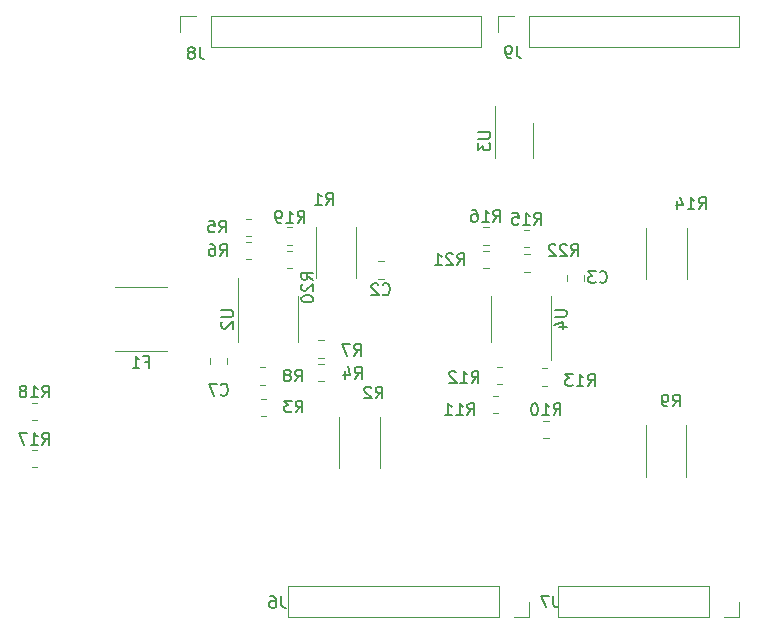
<source format=gbr>
%TF.GenerationSoftware,KiCad,Pcbnew,7.0.7*%
%TF.CreationDate,2024-11-11T15:48:16-05:00*%
%TF.ProjectId,control-board_v2,636f6e74-726f-46c2-9d62-6f6172645f76,rev?*%
%TF.SameCoordinates,Original*%
%TF.FileFunction,Legend,Bot*%
%TF.FilePolarity,Positive*%
%FSLAX46Y46*%
G04 Gerber Fmt 4.6, Leading zero omitted, Abs format (unit mm)*
G04 Created by KiCad (PCBNEW 7.0.7) date 2024-11-11 15:48:16*
%MOMM*%
%LPD*%
G01*
G04 APERTURE LIST*
%ADD10C,0.150000*%
%ADD11C,0.120000*%
G04 APERTURE END LIST*
D10*
X78252857Y-32854819D02*
X78586190Y-32378628D01*
X78824285Y-32854819D02*
X78824285Y-31854819D01*
X78824285Y-31854819D02*
X78443333Y-31854819D01*
X78443333Y-31854819D02*
X78348095Y-31902438D01*
X78348095Y-31902438D02*
X78300476Y-31950057D01*
X78300476Y-31950057D02*
X78252857Y-32045295D01*
X78252857Y-32045295D02*
X78252857Y-32188152D01*
X78252857Y-32188152D02*
X78300476Y-32283390D01*
X78300476Y-32283390D02*
X78348095Y-32331009D01*
X78348095Y-32331009D02*
X78443333Y-32378628D01*
X78443333Y-32378628D02*
X78824285Y-32378628D01*
X77300476Y-32854819D02*
X77871904Y-32854819D01*
X77586190Y-32854819D02*
X77586190Y-31854819D01*
X77586190Y-31854819D02*
X77681428Y-31997676D01*
X77681428Y-31997676D02*
X77776666Y-32092914D01*
X77776666Y-32092914D02*
X77871904Y-32140533D01*
X76443333Y-32188152D02*
X76443333Y-32854819D01*
X76681428Y-31807200D02*
X76919523Y-32521485D01*
X76919523Y-32521485D02*
X76300476Y-32521485D01*
X37706666Y-36824819D02*
X38039999Y-36348628D01*
X38278094Y-36824819D02*
X38278094Y-35824819D01*
X38278094Y-35824819D02*
X37897142Y-35824819D01*
X37897142Y-35824819D02*
X37801904Y-35872438D01*
X37801904Y-35872438D02*
X37754285Y-35920057D01*
X37754285Y-35920057D02*
X37706666Y-36015295D01*
X37706666Y-36015295D02*
X37706666Y-36158152D01*
X37706666Y-36158152D02*
X37754285Y-36253390D01*
X37754285Y-36253390D02*
X37801904Y-36301009D01*
X37801904Y-36301009D02*
X37897142Y-36348628D01*
X37897142Y-36348628D02*
X38278094Y-36348628D01*
X36849523Y-35824819D02*
X37039999Y-35824819D01*
X37039999Y-35824819D02*
X37135237Y-35872438D01*
X37135237Y-35872438D02*
X37182856Y-35920057D01*
X37182856Y-35920057D02*
X37278094Y-36062914D01*
X37278094Y-36062914D02*
X37325713Y-36253390D01*
X37325713Y-36253390D02*
X37325713Y-36634342D01*
X37325713Y-36634342D02*
X37278094Y-36729580D01*
X37278094Y-36729580D02*
X37230475Y-36777200D01*
X37230475Y-36777200D02*
X37135237Y-36824819D01*
X37135237Y-36824819D02*
X36944761Y-36824819D01*
X36944761Y-36824819D02*
X36849523Y-36777200D01*
X36849523Y-36777200D02*
X36801904Y-36729580D01*
X36801904Y-36729580D02*
X36754285Y-36634342D01*
X36754285Y-36634342D02*
X36754285Y-36396247D01*
X36754285Y-36396247D02*
X36801904Y-36301009D01*
X36801904Y-36301009D02*
X36849523Y-36253390D01*
X36849523Y-36253390D02*
X36944761Y-36205771D01*
X36944761Y-36205771D02*
X37135237Y-36205771D01*
X37135237Y-36205771D02*
X37230475Y-36253390D01*
X37230475Y-36253390D02*
X37278094Y-36301009D01*
X37278094Y-36301009D02*
X37325713Y-36396247D01*
X22642857Y-48804819D02*
X22976190Y-48328628D01*
X23214285Y-48804819D02*
X23214285Y-47804819D01*
X23214285Y-47804819D02*
X22833333Y-47804819D01*
X22833333Y-47804819D02*
X22738095Y-47852438D01*
X22738095Y-47852438D02*
X22690476Y-47900057D01*
X22690476Y-47900057D02*
X22642857Y-47995295D01*
X22642857Y-47995295D02*
X22642857Y-48138152D01*
X22642857Y-48138152D02*
X22690476Y-48233390D01*
X22690476Y-48233390D02*
X22738095Y-48281009D01*
X22738095Y-48281009D02*
X22833333Y-48328628D01*
X22833333Y-48328628D02*
X23214285Y-48328628D01*
X21690476Y-48804819D02*
X22261904Y-48804819D01*
X21976190Y-48804819D02*
X21976190Y-47804819D01*
X21976190Y-47804819D02*
X22071428Y-47947676D01*
X22071428Y-47947676D02*
X22166666Y-48042914D01*
X22166666Y-48042914D02*
X22261904Y-48090533D01*
X21119047Y-48233390D02*
X21214285Y-48185771D01*
X21214285Y-48185771D02*
X21261904Y-48138152D01*
X21261904Y-48138152D02*
X21309523Y-48042914D01*
X21309523Y-48042914D02*
X21309523Y-47995295D01*
X21309523Y-47995295D02*
X21261904Y-47900057D01*
X21261904Y-47900057D02*
X21214285Y-47852438D01*
X21214285Y-47852438D02*
X21119047Y-47804819D01*
X21119047Y-47804819D02*
X20928571Y-47804819D01*
X20928571Y-47804819D02*
X20833333Y-47852438D01*
X20833333Y-47852438D02*
X20785714Y-47900057D01*
X20785714Y-47900057D02*
X20738095Y-47995295D01*
X20738095Y-47995295D02*
X20738095Y-48042914D01*
X20738095Y-48042914D02*
X20785714Y-48138152D01*
X20785714Y-48138152D02*
X20833333Y-48185771D01*
X20833333Y-48185771D02*
X20928571Y-48233390D01*
X20928571Y-48233390D02*
X21119047Y-48233390D01*
X21119047Y-48233390D02*
X21214285Y-48281009D01*
X21214285Y-48281009D02*
X21261904Y-48328628D01*
X21261904Y-48328628D02*
X21309523Y-48423866D01*
X21309523Y-48423866D02*
X21309523Y-48614342D01*
X21309523Y-48614342D02*
X21261904Y-48709580D01*
X21261904Y-48709580D02*
X21214285Y-48757200D01*
X21214285Y-48757200D02*
X21119047Y-48804819D01*
X21119047Y-48804819D02*
X20928571Y-48804819D01*
X20928571Y-48804819D02*
X20833333Y-48757200D01*
X20833333Y-48757200D02*
X20785714Y-48709580D01*
X20785714Y-48709580D02*
X20738095Y-48614342D01*
X20738095Y-48614342D02*
X20738095Y-48423866D01*
X20738095Y-48423866D02*
X20785714Y-48328628D01*
X20785714Y-48328628D02*
X20833333Y-48281009D01*
X20833333Y-48281009D02*
X20928571Y-48233390D01*
X67432857Y-36824819D02*
X67766190Y-36348628D01*
X68004285Y-36824819D02*
X68004285Y-35824819D01*
X68004285Y-35824819D02*
X67623333Y-35824819D01*
X67623333Y-35824819D02*
X67528095Y-35872438D01*
X67528095Y-35872438D02*
X67480476Y-35920057D01*
X67480476Y-35920057D02*
X67432857Y-36015295D01*
X67432857Y-36015295D02*
X67432857Y-36158152D01*
X67432857Y-36158152D02*
X67480476Y-36253390D01*
X67480476Y-36253390D02*
X67528095Y-36301009D01*
X67528095Y-36301009D02*
X67623333Y-36348628D01*
X67623333Y-36348628D02*
X68004285Y-36348628D01*
X67051904Y-35920057D02*
X67004285Y-35872438D01*
X67004285Y-35872438D02*
X66909047Y-35824819D01*
X66909047Y-35824819D02*
X66670952Y-35824819D01*
X66670952Y-35824819D02*
X66575714Y-35872438D01*
X66575714Y-35872438D02*
X66528095Y-35920057D01*
X66528095Y-35920057D02*
X66480476Y-36015295D01*
X66480476Y-36015295D02*
X66480476Y-36110533D01*
X66480476Y-36110533D02*
X66528095Y-36253390D01*
X66528095Y-36253390D02*
X67099523Y-36824819D01*
X67099523Y-36824819D02*
X66480476Y-36824819D01*
X66099523Y-35920057D02*
X66051904Y-35872438D01*
X66051904Y-35872438D02*
X65956666Y-35824819D01*
X65956666Y-35824819D02*
X65718571Y-35824819D01*
X65718571Y-35824819D02*
X65623333Y-35872438D01*
X65623333Y-35872438D02*
X65575714Y-35920057D01*
X65575714Y-35920057D02*
X65528095Y-36015295D01*
X65528095Y-36015295D02*
X65528095Y-36110533D01*
X65528095Y-36110533D02*
X65575714Y-36253390D01*
X65575714Y-36253390D02*
X66147142Y-36824819D01*
X66147142Y-36824819D02*
X65528095Y-36824819D01*
X46706666Y-32494819D02*
X47039999Y-32018628D01*
X47278094Y-32494819D02*
X47278094Y-31494819D01*
X47278094Y-31494819D02*
X46897142Y-31494819D01*
X46897142Y-31494819D02*
X46801904Y-31542438D01*
X46801904Y-31542438D02*
X46754285Y-31590057D01*
X46754285Y-31590057D02*
X46706666Y-31685295D01*
X46706666Y-31685295D02*
X46706666Y-31828152D01*
X46706666Y-31828152D02*
X46754285Y-31923390D01*
X46754285Y-31923390D02*
X46801904Y-31971009D01*
X46801904Y-31971009D02*
X46897142Y-32018628D01*
X46897142Y-32018628D02*
X47278094Y-32018628D01*
X45754285Y-32494819D02*
X46325713Y-32494819D01*
X46039999Y-32494819D02*
X46039999Y-31494819D01*
X46039999Y-31494819D02*
X46135237Y-31637676D01*
X46135237Y-31637676D02*
X46230475Y-31732914D01*
X46230475Y-31732914D02*
X46325713Y-31780533D01*
X58662857Y-50294819D02*
X58996190Y-49818628D01*
X59234285Y-50294819D02*
X59234285Y-49294819D01*
X59234285Y-49294819D02*
X58853333Y-49294819D01*
X58853333Y-49294819D02*
X58758095Y-49342438D01*
X58758095Y-49342438D02*
X58710476Y-49390057D01*
X58710476Y-49390057D02*
X58662857Y-49485295D01*
X58662857Y-49485295D02*
X58662857Y-49628152D01*
X58662857Y-49628152D02*
X58710476Y-49723390D01*
X58710476Y-49723390D02*
X58758095Y-49771009D01*
X58758095Y-49771009D02*
X58853333Y-49818628D01*
X58853333Y-49818628D02*
X59234285Y-49818628D01*
X57710476Y-50294819D02*
X58281904Y-50294819D01*
X57996190Y-50294819D02*
X57996190Y-49294819D01*
X57996190Y-49294819D02*
X58091428Y-49437676D01*
X58091428Y-49437676D02*
X58186666Y-49532914D01*
X58186666Y-49532914D02*
X58281904Y-49580533D01*
X56758095Y-50294819D02*
X57329523Y-50294819D01*
X57043809Y-50294819D02*
X57043809Y-49294819D01*
X57043809Y-49294819D02*
X57139047Y-49437676D01*
X57139047Y-49437676D02*
X57234285Y-49532914D01*
X57234285Y-49532914D02*
X57329523Y-49580533D01*
X35983333Y-19144819D02*
X35983333Y-19859104D01*
X35983333Y-19859104D02*
X36030952Y-20001961D01*
X36030952Y-20001961D02*
X36126190Y-20097200D01*
X36126190Y-20097200D02*
X36269047Y-20144819D01*
X36269047Y-20144819D02*
X36364285Y-20144819D01*
X35364285Y-19573390D02*
X35459523Y-19525771D01*
X35459523Y-19525771D02*
X35507142Y-19478152D01*
X35507142Y-19478152D02*
X35554761Y-19382914D01*
X35554761Y-19382914D02*
X35554761Y-19335295D01*
X35554761Y-19335295D02*
X35507142Y-19240057D01*
X35507142Y-19240057D02*
X35459523Y-19192438D01*
X35459523Y-19192438D02*
X35364285Y-19144819D01*
X35364285Y-19144819D02*
X35173809Y-19144819D01*
X35173809Y-19144819D02*
X35078571Y-19192438D01*
X35078571Y-19192438D02*
X35030952Y-19240057D01*
X35030952Y-19240057D02*
X34983333Y-19335295D01*
X34983333Y-19335295D02*
X34983333Y-19382914D01*
X34983333Y-19382914D02*
X35030952Y-19478152D01*
X35030952Y-19478152D02*
X35078571Y-19525771D01*
X35078571Y-19525771D02*
X35173809Y-19573390D01*
X35173809Y-19573390D02*
X35364285Y-19573390D01*
X35364285Y-19573390D02*
X35459523Y-19621009D01*
X35459523Y-19621009D02*
X35507142Y-19668628D01*
X35507142Y-19668628D02*
X35554761Y-19763866D01*
X35554761Y-19763866D02*
X35554761Y-19954342D01*
X35554761Y-19954342D02*
X35507142Y-20049580D01*
X35507142Y-20049580D02*
X35459523Y-20097200D01*
X35459523Y-20097200D02*
X35364285Y-20144819D01*
X35364285Y-20144819D02*
X35173809Y-20144819D01*
X35173809Y-20144819D02*
X35078571Y-20097200D01*
X35078571Y-20097200D02*
X35030952Y-20049580D01*
X35030952Y-20049580D02*
X34983333Y-19954342D01*
X34983333Y-19954342D02*
X34983333Y-19763866D01*
X34983333Y-19763866D02*
X35030952Y-19668628D01*
X35030952Y-19668628D02*
X35078571Y-19621009D01*
X35078571Y-19621009D02*
X35173809Y-19573390D01*
X65952857Y-50304819D02*
X66286190Y-49828628D01*
X66524285Y-50304819D02*
X66524285Y-49304819D01*
X66524285Y-49304819D02*
X66143333Y-49304819D01*
X66143333Y-49304819D02*
X66048095Y-49352438D01*
X66048095Y-49352438D02*
X66000476Y-49400057D01*
X66000476Y-49400057D02*
X65952857Y-49495295D01*
X65952857Y-49495295D02*
X65952857Y-49638152D01*
X65952857Y-49638152D02*
X66000476Y-49733390D01*
X66000476Y-49733390D02*
X66048095Y-49781009D01*
X66048095Y-49781009D02*
X66143333Y-49828628D01*
X66143333Y-49828628D02*
X66524285Y-49828628D01*
X65000476Y-50304819D02*
X65571904Y-50304819D01*
X65286190Y-50304819D02*
X65286190Y-49304819D01*
X65286190Y-49304819D02*
X65381428Y-49447676D01*
X65381428Y-49447676D02*
X65476666Y-49542914D01*
X65476666Y-49542914D02*
X65571904Y-49590533D01*
X64381428Y-49304819D02*
X64286190Y-49304819D01*
X64286190Y-49304819D02*
X64190952Y-49352438D01*
X64190952Y-49352438D02*
X64143333Y-49400057D01*
X64143333Y-49400057D02*
X64095714Y-49495295D01*
X64095714Y-49495295D02*
X64048095Y-49685771D01*
X64048095Y-49685771D02*
X64048095Y-49923866D01*
X64048095Y-49923866D02*
X64095714Y-50114342D01*
X64095714Y-50114342D02*
X64143333Y-50209580D01*
X64143333Y-50209580D02*
X64190952Y-50257200D01*
X64190952Y-50257200D02*
X64286190Y-50304819D01*
X64286190Y-50304819D02*
X64381428Y-50304819D01*
X64381428Y-50304819D02*
X64476666Y-50257200D01*
X64476666Y-50257200D02*
X64524285Y-50209580D01*
X64524285Y-50209580D02*
X64571904Y-50114342D01*
X64571904Y-50114342D02*
X64619523Y-49923866D01*
X64619523Y-49923866D02*
X64619523Y-49685771D01*
X64619523Y-49685771D02*
X64571904Y-49495295D01*
X64571904Y-49495295D02*
X64524285Y-49400057D01*
X64524285Y-49400057D02*
X64476666Y-49352438D01*
X64476666Y-49352438D02*
X64381428Y-49304819D01*
X66069819Y-41408095D02*
X66879342Y-41408095D01*
X66879342Y-41408095D02*
X66974580Y-41455714D01*
X66974580Y-41455714D02*
X67022200Y-41503333D01*
X67022200Y-41503333D02*
X67069819Y-41598571D01*
X67069819Y-41598571D02*
X67069819Y-41789047D01*
X67069819Y-41789047D02*
X67022200Y-41884285D01*
X67022200Y-41884285D02*
X66974580Y-41931904D01*
X66974580Y-41931904D02*
X66879342Y-41979523D01*
X66879342Y-41979523D02*
X66069819Y-41979523D01*
X66403152Y-42884285D02*
X67069819Y-42884285D01*
X66022200Y-42646190D02*
X66736485Y-42408095D01*
X66736485Y-42408095D02*
X66736485Y-43027142D01*
X69856666Y-39029580D02*
X69904285Y-39077200D01*
X69904285Y-39077200D02*
X70047142Y-39124819D01*
X70047142Y-39124819D02*
X70142380Y-39124819D01*
X70142380Y-39124819D02*
X70285237Y-39077200D01*
X70285237Y-39077200D02*
X70380475Y-38981961D01*
X70380475Y-38981961D02*
X70428094Y-38886723D01*
X70428094Y-38886723D02*
X70475713Y-38696247D01*
X70475713Y-38696247D02*
X70475713Y-38553390D01*
X70475713Y-38553390D02*
X70428094Y-38362914D01*
X70428094Y-38362914D02*
X70380475Y-38267676D01*
X70380475Y-38267676D02*
X70285237Y-38172438D01*
X70285237Y-38172438D02*
X70142380Y-38124819D01*
X70142380Y-38124819D02*
X70047142Y-38124819D01*
X70047142Y-38124819D02*
X69904285Y-38172438D01*
X69904285Y-38172438D02*
X69856666Y-38220057D01*
X69523332Y-38124819D02*
X68904285Y-38124819D01*
X68904285Y-38124819D02*
X69237618Y-38505771D01*
X69237618Y-38505771D02*
X69094761Y-38505771D01*
X69094761Y-38505771D02*
X68999523Y-38553390D01*
X68999523Y-38553390D02*
X68951904Y-38601009D01*
X68951904Y-38601009D02*
X68904285Y-38696247D01*
X68904285Y-38696247D02*
X68904285Y-38934342D01*
X68904285Y-38934342D02*
X68951904Y-39029580D01*
X68951904Y-39029580D02*
X68999523Y-39077200D01*
X68999523Y-39077200D02*
X69094761Y-39124819D01*
X69094761Y-39124819D02*
X69380475Y-39124819D01*
X69380475Y-39124819D02*
X69475713Y-39077200D01*
X69475713Y-39077200D02*
X69523332Y-39029580D01*
X49136666Y-47224819D02*
X49469999Y-46748628D01*
X49708094Y-47224819D02*
X49708094Y-46224819D01*
X49708094Y-46224819D02*
X49327142Y-46224819D01*
X49327142Y-46224819D02*
X49231904Y-46272438D01*
X49231904Y-46272438D02*
X49184285Y-46320057D01*
X49184285Y-46320057D02*
X49136666Y-46415295D01*
X49136666Y-46415295D02*
X49136666Y-46558152D01*
X49136666Y-46558152D02*
X49184285Y-46653390D01*
X49184285Y-46653390D02*
X49231904Y-46701009D01*
X49231904Y-46701009D02*
X49327142Y-46748628D01*
X49327142Y-46748628D02*
X49708094Y-46748628D01*
X48279523Y-46558152D02*
X48279523Y-47224819D01*
X48517618Y-46177200D02*
X48755713Y-46891485D01*
X48755713Y-46891485D02*
X48136666Y-46891485D01*
X76046666Y-49564819D02*
X76379999Y-49088628D01*
X76618094Y-49564819D02*
X76618094Y-48564819D01*
X76618094Y-48564819D02*
X76237142Y-48564819D01*
X76237142Y-48564819D02*
X76141904Y-48612438D01*
X76141904Y-48612438D02*
X76094285Y-48660057D01*
X76094285Y-48660057D02*
X76046666Y-48755295D01*
X76046666Y-48755295D02*
X76046666Y-48898152D01*
X76046666Y-48898152D02*
X76094285Y-48993390D01*
X76094285Y-48993390D02*
X76141904Y-49041009D01*
X76141904Y-49041009D02*
X76237142Y-49088628D01*
X76237142Y-49088628D02*
X76618094Y-49088628D01*
X75570475Y-49564819D02*
X75379999Y-49564819D01*
X75379999Y-49564819D02*
X75284761Y-49517200D01*
X75284761Y-49517200D02*
X75237142Y-49469580D01*
X75237142Y-49469580D02*
X75141904Y-49326723D01*
X75141904Y-49326723D02*
X75094285Y-49136247D01*
X75094285Y-49136247D02*
X75094285Y-48755295D01*
X75094285Y-48755295D02*
X75141904Y-48660057D01*
X75141904Y-48660057D02*
X75189523Y-48612438D01*
X75189523Y-48612438D02*
X75284761Y-48564819D01*
X75284761Y-48564819D02*
X75475237Y-48564819D01*
X75475237Y-48564819D02*
X75570475Y-48612438D01*
X75570475Y-48612438D02*
X75618094Y-48660057D01*
X75618094Y-48660057D02*
X75665713Y-48755295D01*
X75665713Y-48755295D02*
X75665713Y-48993390D01*
X75665713Y-48993390D02*
X75618094Y-49088628D01*
X75618094Y-49088628D02*
X75570475Y-49136247D01*
X75570475Y-49136247D02*
X75475237Y-49183866D01*
X75475237Y-49183866D02*
X75284761Y-49183866D01*
X75284761Y-49183866D02*
X75189523Y-49136247D01*
X75189523Y-49136247D02*
X75141904Y-49088628D01*
X75141904Y-49088628D02*
X75094285Y-48993390D01*
X50886666Y-48894819D02*
X51219999Y-48418628D01*
X51458094Y-48894819D02*
X51458094Y-47894819D01*
X51458094Y-47894819D02*
X51077142Y-47894819D01*
X51077142Y-47894819D02*
X50981904Y-47942438D01*
X50981904Y-47942438D02*
X50934285Y-47990057D01*
X50934285Y-47990057D02*
X50886666Y-48085295D01*
X50886666Y-48085295D02*
X50886666Y-48228152D01*
X50886666Y-48228152D02*
X50934285Y-48323390D01*
X50934285Y-48323390D02*
X50981904Y-48371009D01*
X50981904Y-48371009D02*
X51077142Y-48418628D01*
X51077142Y-48418628D02*
X51458094Y-48418628D01*
X50505713Y-47990057D02*
X50458094Y-47942438D01*
X50458094Y-47942438D02*
X50362856Y-47894819D01*
X50362856Y-47894819D02*
X50124761Y-47894819D01*
X50124761Y-47894819D02*
X50029523Y-47942438D01*
X50029523Y-47942438D02*
X49981904Y-47990057D01*
X49981904Y-47990057D02*
X49934285Y-48085295D01*
X49934285Y-48085295D02*
X49934285Y-48180533D01*
X49934285Y-48180533D02*
X49981904Y-48323390D01*
X49981904Y-48323390D02*
X50553332Y-48894819D01*
X50553332Y-48894819D02*
X49934285Y-48894819D01*
X37646666Y-34844819D02*
X37979999Y-34368628D01*
X38218094Y-34844819D02*
X38218094Y-33844819D01*
X38218094Y-33844819D02*
X37837142Y-33844819D01*
X37837142Y-33844819D02*
X37741904Y-33892438D01*
X37741904Y-33892438D02*
X37694285Y-33940057D01*
X37694285Y-33940057D02*
X37646666Y-34035295D01*
X37646666Y-34035295D02*
X37646666Y-34178152D01*
X37646666Y-34178152D02*
X37694285Y-34273390D01*
X37694285Y-34273390D02*
X37741904Y-34321009D01*
X37741904Y-34321009D02*
X37837142Y-34368628D01*
X37837142Y-34368628D02*
X38218094Y-34368628D01*
X36741904Y-33844819D02*
X37218094Y-33844819D01*
X37218094Y-33844819D02*
X37265713Y-34321009D01*
X37265713Y-34321009D02*
X37218094Y-34273390D01*
X37218094Y-34273390D02*
X37122856Y-34225771D01*
X37122856Y-34225771D02*
X36884761Y-34225771D01*
X36884761Y-34225771D02*
X36789523Y-34273390D01*
X36789523Y-34273390D02*
X36741904Y-34321009D01*
X36741904Y-34321009D02*
X36694285Y-34416247D01*
X36694285Y-34416247D02*
X36694285Y-34654342D01*
X36694285Y-34654342D02*
X36741904Y-34749580D01*
X36741904Y-34749580D02*
X36789523Y-34797200D01*
X36789523Y-34797200D02*
X36884761Y-34844819D01*
X36884761Y-34844819D02*
X37122856Y-34844819D01*
X37122856Y-34844819D02*
X37218094Y-34797200D01*
X37218094Y-34797200D02*
X37265713Y-34749580D01*
X65933333Y-65594819D02*
X65933333Y-66309104D01*
X65933333Y-66309104D02*
X65980952Y-66451961D01*
X65980952Y-66451961D02*
X66076190Y-66547200D01*
X66076190Y-66547200D02*
X66219047Y-66594819D01*
X66219047Y-66594819D02*
X66314285Y-66594819D01*
X65552380Y-65594819D02*
X64885714Y-65594819D01*
X64885714Y-65594819D02*
X65314285Y-66594819D01*
X59022857Y-47574819D02*
X59356190Y-47098628D01*
X59594285Y-47574819D02*
X59594285Y-46574819D01*
X59594285Y-46574819D02*
X59213333Y-46574819D01*
X59213333Y-46574819D02*
X59118095Y-46622438D01*
X59118095Y-46622438D02*
X59070476Y-46670057D01*
X59070476Y-46670057D02*
X59022857Y-46765295D01*
X59022857Y-46765295D02*
X59022857Y-46908152D01*
X59022857Y-46908152D02*
X59070476Y-47003390D01*
X59070476Y-47003390D02*
X59118095Y-47051009D01*
X59118095Y-47051009D02*
X59213333Y-47098628D01*
X59213333Y-47098628D02*
X59594285Y-47098628D01*
X58070476Y-47574819D02*
X58641904Y-47574819D01*
X58356190Y-47574819D02*
X58356190Y-46574819D01*
X58356190Y-46574819D02*
X58451428Y-46717676D01*
X58451428Y-46717676D02*
X58546666Y-46812914D01*
X58546666Y-46812914D02*
X58641904Y-46860533D01*
X57689523Y-46670057D02*
X57641904Y-46622438D01*
X57641904Y-46622438D02*
X57546666Y-46574819D01*
X57546666Y-46574819D02*
X57308571Y-46574819D01*
X57308571Y-46574819D02*
X57213333Y-46622438D01*
X57213333Y-46622438D02*
X57165714Y-46670057D01*
X57165714Y-46670057D02*
X57118095Y-46765295D01*
X57118095Y-46765295D02*
X57118095Y-46860533D01*
X57118095Y-46860533D02*
X57165714Y-47003390D01*
X57165714Y-47003390D02*
X57737142Y-47574819D01*
X57737142Y-47574819D02*
X57118095Y-47574819D01*
X31353333Y-45781009D02*
X31686666Y-45781009D01*
X31686666Y-46304819D02*
X31686666Y-45304819D01*
X31686666Y-45304819D02*
X31210476Y-45304819D01*
X30305714Y-46304819D02*
X30877142Y-46304819D01*
X30591428Y-46304819D02*
X30591428Y-45304819D01*
X30591428Y-45304819D02*
X30686666Y-45447676D01*
X30686666Y-45447676D02*
X30781904Y-45542914D01*
X30781904Y-45542914D02*
X30877142Y-45590533D01*
X37819819Y-41408095D02*
X38629342Y-41408095D01*
X38629342Y-41408095D02*
X38724580Y-41455714D01*
X38724580Y-41455714D02*
X38772200Y-41503333D01*
X38772200Y-41503333D02*
X38819819Y-41598571D01*
X38819819Y-41598571D02*
X38819819Y-41789047D01*
X38819819Y-41789047D02*
X38772200Y-41884285D01*
X38772200Y-41884285D02*
X38724580Y-41931904D01*
X38724580Y-41931904D02*
X38629342Y-41979523D01*
X38629342Y-41979523D02*
X37819819Y-41979523D01*
X37915057Y-42408095D02*
X37867438Y-42455714D01*
X37867438Y-42455714D02*
X37819819Y-42550952D01*
X37819819Y-42550952D02*
X37819819Y-42789047D01*
X37819819Y-42789047D02*
X37867438Y-42884285D01*
X37867438Y-42884285D02*
X37915057Y-42931904D01*
X37915057Y-42931904D02*
X38010295Y-42979523D01*
X38010295Y-42979523D02*
X38105533Y-42979523D01*
X38105533Y-42979523D02*
X38248390Y-42931904D01*
X38248390Y-42931904D02*
X38819819Y-42360476D01*
X38819819Y-42360476D02*
X38819819Y-42979523D01*
X44066666Y-47454819D02*
X44399999Y-46978628D01*
X44638094Y-47454819D02*
X44638094Y-46454819D01*
X44638094Y-46454819D02*
X44257142Y-46454819D01*
X44257142Y-46454819D02*
X44161904Y-46502438D01*
X44161904Y-46502438D02*
X44114285Y-46550057D01*
X44114285Y-46550057D02*
X44066666Y-46645295D01*
X44066666Y-46645295D02*
X44066666Y-46788152D01*
X44066666Y-46788152D02*
X44114285Y-46883390D01*
X44114285Y-46883390D02*
X44161904Y-46931009D01*
X44161904Y-46931009D02*
X44257142Y-46978628D01*
X44257142Y-46978628D02*
X44638094Y-46978628D01*
X43495237Y-46883390D02*
X43590475Y-46835771D01*
X43590475Y-46835771D02*
X43638094Y-46788152D01*
X43638094Y-46788152D02*
X43685713Y-46692914D01*
X43685713Y-46692914D02*
X43685713Y-46645295D01*
X43685713Y-46645295D02*
X43638094Y-46550057D01*
X43638094Y-46550057D02*
X43590475Y-46502438D01*
X43590475Y-46502438D02*
X43495237Y-46454819D01*
X43495237Y-46454819D02*
X43304761Y-46454819D01*
X43304761Y-46454819D02*
X43209523Y-46502438D01*
X43209523Y-46502438D02*
X43161904Y-46550057D01*
X43161904Y-46550057D02*
X43114285Y-46645295D01*
X43114285Y-46645295D02*
X43114285Y-46692914D01*
X43114285Y-46692914D02*
X43161904Y-46788152D01*
X43161904Y-46788152D02*
X43209523Y-46835771D01*
X43209523Y-46835771D02*
X43304761Y-46883390D01*
X43304761Y-46883390D02*
X43495237Y-46883390D01*
X43495237Y-46883390D02*
X43590475Y-46931009D01*
X43590475Y-46931009D02*
X43638094Y-46978628D01*
X43638094Y-46978628D02*
X43685713Y-47073866D01*
X43685713Y-47073866D02*
X43685713Y-47264342D01*
X43685713Y-47264342D02*
X43638094Y-47359580D01*
X43638094Y-47359580D02*
X43590475Y-47407200D01*
X43590475Y-47407200D02*
X43495237Y-47454819D01*
X43495237Y-47454819D02*
X43304761Y-47454819D01*
X43304761Y-47454819D02*
X43209523Y-47407200D01*
X43209523Y-47407200D02*
X43161904Y-47359580D01*
X43161904Y-47359580D02*
X43114285Y-47264342D01*
X43114285Y-47264342D02*
X43114285Y-47073866D01*
X43114285Y-47073866D02*
X43161904Y-46978628D01*
X43161904Y-46978628D02*
X43209523Y-46931009D01*
X43209523Y-46931009D02*
X43304761Y-46883390D01*
X68862857Y-47824819D02*
X69196190Y-47348628D01*
X69434285Y-47824819D02*
X69434285Y-46824819D01*
X69434285Y-46824819D02*
X69053333Y-46824819D01*
X69053333Y-46824819D02*
X68958095Y-46872438D01*
X68958095Y-46872438D02*
X68910476Y-46920057D01*
X68910476Y-46920057D02*
X68862857Y-47015295D01*
X68862857Y-47015295D02*
X68862857Y-47158152D01*
X68862857Y-47158152D02*
X68910476Y-47253390D01*
X68910476Y-47253390D02*
X68958095Y-47301009D01*
X68958095Y-47301009D02*
X69053333Y-47348628D01*
X69053333Y-47348628D02*
X69434285Y-47348628D01*
X67910476Y-47824819D02*
X68481904Y-47824819D01*
X68196190Y-47824819D02*
X68196190Y-46824819D01*
X68196190Y-46824819D02*
X68291428Y-46967676D01*
X68291428Y-46967676D02*
X68386666Y-47062914D01*
X68386666Y-47062914D02*
X68481904Y-47110533D01*
X67577142Y-46824819D02*
X66958095Y-46824819D01*
X66958095Y-46824819D02*
X67291428Y-47205771D01*
X67291428Y-47205771D02*
X67148571Y-47205771D01*
X67148571Y-47205771D02*
X67053333Y-47253390D01*
X67053333Y-47253390D02*
X67005714Y-47301009D01*
X67005714Y-47301009D02*
X66958095Y-47396247D01*
X66958095Y-47396247D02*
X66958095Y-47634342D01*
X66958095Y-47634342D02*
X67005714Y-47729580D01*
X67005714Y-47729580D02*
X67053333Y-47777200D01*
X67053333Y-47777200D02*
X67148571Y-47824819D01*
X67148571Y-47824819D02*
X67434285Y-47824819D01*
X67434285Y-47824819D02*
X67529523Y-47777200D01*
X67529523Y-47777200D02*
X67577142Y-47729580D01*
X44116666Y-50084819D02*
X44449999Y-49608628D01*
X44688094Y-50084819D02*
X44688094Y-49084819D01*
X44688094Y-49084819D02*
X44307142Y-49084819D01*
X44307142Y-49084819D02*
X44211904Y-49132438D01*
X44211904Y-49132438D02*
X44164285Y-49180057D01*
X44164285Y-49180057D02*
X44116666Y-49275295D01*
X44116666Y-49275295D02*
X44116666Y-49418152D01*
X44116666Y-49418152D02*
X44164285Y-49513390D01*
X44164285Y-49513390D02*
X44211904Y-49561009D01*
X44211904Y-49561009D02*
X44307142Y-49608628D01*
X44307142Y-49608628D02*
X44688094Y-49608628D01*
X43783332Y-49084819D02*
X43164285Y-49084819D01*
X43164285Y-49084819D02*
X43497618Y-49465771D01*
X43497618Y-49465771D02*
X43354761Y-49465771D01*
X43354761Y-49465771D02*
X43259523Y-49513390D01*
X43259523Y-49513390D02*
X43211904Y-49561009D01*
X43211904Y-49561009D02*
X43164285Y-49656247D01*
X43164285Y-49656247D02*
X43164285Y-49894342D01*
X43164285Y-49894342D02*
X43211904Y-49989580D01*
X43211904Y-49989580D02*
X43259523Y-50037200D01*
X43259523Y-50037200D02*
X43354761Y-50084819D01*
X43354761Y-50084819D02*
X43640475Y-50084819D01*
X43640475Y-50084819D02*
X43735713Y-50037200D01*
X43735713Y-50037200D02*
X43783332Y-49989580D01*
X60862857Y-33934819D02*
X61196190Y-33458628D01*
X61434285Y-33934819D02*
X61434285Y-32934819D01*
X61434285Y-32934819D02*
X61053333Y-32934819D01*
X61053333Y-32934819D02*
X60958095Y-32982438D01*
X60958095Y-32982438D02*
X60910476Y-33030057D01*
X60910476Y-33030057D02*
X60862857Y-33125295D01*
X60862857Y-33125295D02*
X60862857Y-33268152D01*
X60862857Y-33268152D02*
X60910476Y-33363390D01*
X60910476Y-33363390D02*
X60958095Y-33411009D01*
X60958095Y-33411009D02*
X61053333Y-33458628D01*
X61053333Y-33458628D02*
X61434285Y-33458628D01*
X59910476Y-33934819D02*
X60481904Y-33934819D01*
X60196190Y-33934819D02*
X60196190Y-32934819D01*
X60196190Y-32934819D02*
X60291428Y-33077676D01*
X60291428Y-33077676D02*
X60386666Y-33172914D01*
X60386666Y-33172914D02*
X60481904Y-33220533D01*
X59053333Y-32934819D02*
X59243809Y-32934819D01*
X59243809Y-32934819D02*
X59339047Y-32982438D01*
X59339047Y-32982438D02*
X59386666Y-33030057D01*
X59386666Y-33030057D02*
X59481904Y-33172914D01*
X59481904Y-33172914D02*
X59529523Y-33363390D01*
X59529523Y-33363390D02*
X59529523Y-33744342D01*
X59529523Y-33744342D02*
X59481904Y-33839580D01*
X59481904Y-33839580D02*
X59434285Y-33887200D01*
X59434285Y-33887200D02*
X59339047Y-33934819D01*
X59339047Y-33934819D02*
X59148571Y-33934819D01*
X59148571Y-33934819D02*
X59053333Y-33887200D01*
X59053333Y-33887200D02*
X59005714Y-33839580D01*
X59005714Y-33839580D02*
X58958095Y-33744342D01*
X58958095Y-33744342D02*
X58958095Y-33506247D01*
X58958095Y-33506247D02*
X59005714Y-33411009D01*
X59005714Y-33411009D02*
X59053333Y-33363390D01*
X59053333Y-33363390D02*
X59148571Y-33315771D01*
X59148571Y-33315771D02*
X59339047Y-33315771D01*
X59339047Y-33315771D02*
X59434285Y-33363390D01*
X59434285Y-33363390D02*
X59481904Y-33411009D01*
X59481904Y-33411009D02*
X59529523Y-33506247D01*
X45594819Y-38847142D02*
X45118628Y-38513809D01*
X45594819Y-38275714D02*
X44594819Y-38275714D01*
X44594819Y-38275714D02*
X44594819Y-38656666D01*
X44594819Y-38656666D02*
X44642438Y-38751904D01*
X44642438Y-38751904D02*
X44690057Y-38799523D01*
X44690057Y-38799523D02*
X44785295Y-38847142D01*
X44785295Y-38847142D02*
X44928152Y-38847142D01*
X44928152Y-38847142D02*
X45023390Y-38799523D01*
X45023390Y-38799523D02*
X45071009Y-38751904D01*
X45071009Y-38751904D02*
X45118628Y-38656666D01*
X45118628Y-38656666D02*
X45118628Y-38275714D01*
X44690057Y-39228095D02*
X44642438Y-39275714D01*
X44642438Y-39275714D02*
X44594819Y-39370952D01*
X44594819Y-39370952D02*
X44594819Y-39609047D01*
X44594819Y-39609047D02*
X44642438Y-39704285D01*
X44642438Y-39704285D02*
X44690057Y-39751904D01*
X44690057Y-39751904D02*
X44785295Y-39799523D01*
X44785295Y-39799523D02*
X44880533Y-39799523D01*
X44880533Y-39799523D02*
X45023390Y-39751904D01*
X45023390Y-39751904D02*
X45594819Y-39180476D01*
X45594819Y-39180476D02*
X45594819Y-39799523D01*
X44594819Y-40418571D02*
X44594819Y-40513809D01*
X44594819Y-40513809D02*
X44642438Y-40609047D01*
X44642438Y-40609047D02*
X44690057Y-40656666D01*
X44690057Y-40656666D02*
X44785295Y-40704285D01*
X44785295Y-40704285D02*
X44975771Y-40751904D01*
X44975771Y-40751904D02*
X45213866Y-40751904D01*
X45213866Y-40751904D02*
X45404342Y-40704285D01*
X45404342Y-40704285D02*
X45499580Y-40656666D01*
X45499580Y-40656666D02*
X45547200Y-40609047D01*
X45547200Y-40609047D02*
X45594819Y-40513809D01*
X45594819Y-40513809D02*
X45594819Y-40418571D01*
X45594819Y-40418571D02*
X45547200Y-40323333D01*
X45547200Y-40323333D02*
X45499580Y-40275714D01*
X45499580Y-40275714D02*
X45404342Y-40228095D01*
X45404342Y-40228095D02*
X45213866Y-40180476D01*
X45213866Y-40180476D02*
X44975771Y-40180476D01*
X44975771Y-40180476D02*
X44785295Y-40228095D01*
X44785295Y-40228095D02*
X44690057Y-40275714D01*
X44690057Y-40275714D02*
X44642438Y-40323333D01*
X44642438Y-40323333D02*
X44594819Y-40418571D01*
X49056666Y-45264819D02*
X49389999Y-44788628D01*
X49628094Y-45264819D02*
X49628094Y-44264819D01*
X49628094Y-44264819D02*
X49247142Y-44264819D01*
X49247142Y-44264819D02*
X49151904Y-44312438D01*
X49151904Y-44312438D02*
X49104285Y-44360057D01*
X49104285Y-44360057D02*
X49056666Y-44455295D01*
X49056666Y-44455295D02*
X49056666Y-44598152D01*
X49056666Y-44598152D02*
X49104285Y-44693390D01*
X49104285Y-44693390D02*
X49151904Y-44741009D01*
X49151904Y-44741009D02*
X49247142Y-44788628D01*
X49247142Y-44788628D02*
X49628094Y-44788628D01*
X48723332Y-44264819D02*
X48056666Y-44264819D01*
X48056666Y-44264819D02*
X48485237Y-45264819D01*
X44282857Y-34014819D02*
X44616190Y-33538628D01*
X44854285Y-34014819D02*
X44854285Y-33014819D01*
X44854285Y-33014819D02*
X44473333Y-33014819D01*
X44473333Y-33014819D02*
X44378095Y-33062438D01*
X44378095Y-33062438D02*
X44330476Y-33110057D01*
X44330476Y-33110057D02*
X44282857Y-33205295D01*
X44282857Y-33205295D02*
X44282857Y-33348152D01*
X44282857Y-33348152D02*
X44330476Y-33443390D01*
X44330476Y-33443390D02*
X44378095Y-33491009D01*
X44378095Y-33491009D02*
X44473333Y-33538628D01*
X44473333Y-33538628D02*
X44854285Y-33538628D01*
X43330476Y-34014819D02*
X43901904Y-34014819D01*
X43616190Y-34014819D02*
X43616190Y-33014819D01*
X43616190Y-33014819D02*
X43711428Y-33157676D01*
X43711428Y-33157676D02*
X43806666Y-33252914D01*
X43806666Y-33252914D02*
X43901904Y-33300533D01*
X42854285Y-34014819D02*
X42663809Y-34014819D01*
X42663809Y-34014819D02*
X42568571Y-33967200D01*
X42568571Y-33967200D02*
X42520952Y-33919580D01*
X42520952Y-33919580D02*
X42425714Y-33776723D01*
X42425714Y-33776723D02*
X42378095Y-33586247D01*
X42378095Y-33586247D02*
X42378095Y-33205295D01*
X42378095Y-33205295D02*
X42425714Y-33110057D01*
X42425714Y-33110057D02*
X42473333Y-33062438D01*
X42473333Y-33062438D02*
X42568571Y-33014819D01*
X42568571Y-33014819D02*
X42759047Y-33014819D01*
X42759047Y-33014819D02*
X42854285Y-33062438D01*
X42854285Y-33062438D02*
X42901904Y-33110057D01*
X42901904Y-33110057D02*
X42949523Y-33205295D01*
X42949523Y-33205295D02*
X42949523Y-33443390D01*
X42949523Y-33443390D02*
X42901904Y-33538628D01*
X42901904Y-33538628D02*
X42854285Y-33586247D01*
X42854285Y-33586247D02*
X42759047Y-33633866D01*
X42759047Y-33633866D02*
X42568571Y-33633866D01*
X42568571Y-33633866D02*
X42473333Y-33586247D01*
X42473333Y-33586247D02*
X42425714Y-33538628D01*
X42425714Y-33538628D02*
X42378095Y-33443390D01*
X42893333Y-65644819D02*
X42893333Y-66359104D01*
X42893333Y-66359104D02*
X42940952Y-66501961D01*
X42940952Y-66501961D02*
X43036190Y-66597200D01*
X43036190Y-66597200D02*
X43179047Y-66644819D01*
X43179047Y-66644819D02*
X43274285Y-66644819D01*
X41988571Y-65644819D02*
X42179047Y-65644819D01*
X42179047Y-65644819D02*
X42274285Y-65692438D01*
X42274285Y-65692438D02*
X42321904Y-65740057D01*
X42321904Y-65740057D02*
X42417142Y-65882914D01*
X42417142Y-65882914D02*
X42464761Y-66073390D01*
X42464761Y-66073390D02*
X42464761Y-66454342D01*
X42464761Y-66454342D02*
X42417142Y-66549580D01*
X42417142Y-66549580D02*
X42369523Y-66597200D01*
X42369523Y-66597200D02*
X42274285Y-66644819D01*
X42274285Y-66644819D02*
X42083809Y-66644819D01*
X42083809Y-66644819D02*
X41988571Y-66597200D01*
X41988571Y-66597200D02*
X41940952Y-66549580D01*
X41940952Y-66549580D02*
X41893333Y-66454342D01*
X41893333Y-66454342D02*
X41893333Y-66216247D01*
X41893333Y-66216247D02*
X41940952Y-66121009D01*
X41940952Y-66121009D02*
X41988571Y-66073390D01*
X41988571Y-66073390D02*
X42083809Y-66025771D01*
X42083809Y-66025771D02*
X42274285Y-66025771D01*
X42274285Y-66025771D02*
X42369523Y-66073390D01*
X42369523Y-66073390D02*
X42417142Y-66121009D01*
X42417142Y-66121009D02*
X42464761Y-66216247D01*
X37766666Y-48559580D02*
X37814285Y-48607200D01*
X37814285Y-48607200D02*
X37957142Y-48654819D01*
X37957142Y-48654819D02*
X38052380Y-48654819D01*
X38052380Y-48654819D02*
X38195237Y-48607200D01*
X38195237Y-48607200D02*
X38290475Y-48511961D01*
X38290475Y-48511961D02*
X38338094Y-48416723D01*
X38338094Y-48416723D02*
X38385713Y-48226247D01*
X38385713Y-48226247D02*
X38385713Y-48083390D01*
X38385713Y-48083390D02*
X38338094Y-47892914D01*
X38338094Y-47892914D02*
X38290475Y-47797676D01*
X38290475Y-47797676D02*
X38195237Y-47702438D01*
X38195237Y-47702438D02*
X38052380Y-47654819D01*
X38052380Y-47654819D02*
X37957142Y-47654819D01*
X37957142Y-47654819D02*
X37814285Y-47702438D01*
X37814285Y-47702438D02*
X37766666Y-47750057D01*
X37433332Y-47654819D02*
X36766666Y-47654819D01*
X36766666Y-47654819D02*
X37195237Y-48654819D01*
X64322857Y-34174819D02*
X64656190Y-33698628D01*
X64894285Y-34174819D02*
X64894285Y-33174819D01*
X64894285Y-33174819D02*
X64513333Y-33174819D01*
X64513333Y-33174819D02*
X64418095Y-33222438D01*
X64418095Y-33222438D02*
X64370476Y-33270057D01*
X64370476Y-33270057D02*
X64322857Y-33365295D01*
X64322857Y-33365295D02*
X64322857Y-33508152D01*
X64322857Y-33508152D02*
X64370476Y-33603390D01*
X64370476Y-33603390D02*
X64418095Y-33651009D01*
X64418095Y-33651009D02*
X64513333Y-33698628D01*
X64513333Y-33698628D02*
X64894285Y-33698628D01*
X63370476Y-34174819D02*
X63941904Y-34174819D01*
X63656190Y-34174819D02*
X63656190Y-33174819D01*
X63656190Y-33174819D02*
X63751428Y-33317676D01*
X63751428Y-33317676D02*
X63846666Y-33412914D01*
X63846666Y-33412914D02*
X63941904Y-33460533D01*
X62465714Y-33174819D02*
X62941904Y-33174819D01*
X62941904Y-33174819D02*
X62989523Y-33651009D01*
X62989523Y-33651009D02*
X62941904Y-33603390D01*
X62941904Y-33603390D02*
X62846666Y-33555771D01*
X62846666Y-33555771D02*
X62608571Y-33555771D01*
X62608571Y-33555771D02*
X62513333Y-33603390D01*
X62513333Y-33603390D02*
X62465714Y-33651009D01*
X62465714Y-33651009D02*
X62418095Y-33746247D01*
X62418095Y-33746247D02*
X62418095Y-33984342D01*
X62418095Y-33984342D02*
X62465714Y-34079580D01*
X62465714Y-34079580D02*
X62513333Y-34127200D01*
X62513333Y-34127200D02*
X62608571Y-34174819D01*
X62608571Y-34174819D02*
X62846666Y-34174819D01*
X62846666Y-34174819D02*
X62941904Y-34127200D01*
X62941904Y-34127200D02*
X62989523Y-34079580D01*
X22642857Y-52804819D02*
X22976190Y-52328628D01*
X23214285Y-52804819D02*
X23214285Y-51804819D01*
X23214285Y-51804819D02*
X22833333Y-51804819D01*
X22833333Y-51804819D02*
X22738095Y-51852438D01*
X22738095Y-51852438D02*
X22690476Y-51900057D01*
X22690476Y-51900057D02*
X22642857Y-51995295D01*
X22642857Y-51995295D02*
X22642857Y-52138152D01*
X22642857Y-52138152D02*
X22690476Y-52233390D01*
X22690476Y-52233390D02*
X22738095Y-52281009D01*
X22738095Y-52281009D02*
X22833333Y-52328628D01*
X22833333Y-52328628D02*
X23214285Y-52328628D01*
X21690476Y-52804819D02*
X22261904Y-52804819D01*
X21976190Y-52804819D02*
X21976190Y-51804819D01*
X21976190Y-51804819D02*
X22071428Y-51947676D01*
X22071428Y-51947676D02*
X22166666Y-52042914D01*
X22166666Y-52042914D02*
X22261904Y-52090533D01*
X21357142Y-51804819D02*
X20690476Y-51804819D01*
X20690476Y-51804819D02*
X21119047Y-52804819D01*
X59584819Y-26318095D02*
X60394342Y-26318095D01*
X60394342Y-26318095D02*
X60489580Y-26365714D01*
X60489580Y-26365714D02*
X60537200Y-26413333D01*
X60537200Y-26413333D02*
X60584819Y-26508571D01*
X60584819Y-26508571D02*
X60584819Y-26699047D01*
X60584819Y-26699047D02*
X60537200Y-26794285D01*
X60537200Y-26794285D02*
X60489580Y-26841904D01*
X60489580Y-26841904D02*
X60394342Y-26889523D01*
X60394342Y-26889523D02*
X59584819Y-26889523D01*
X59584819Y-27270476D02*
X59584819Y-27889523D01*
X59584819Y-27889523D02*
X59965771Y-27556190D01*
X59965771Y-27556190D02*
X59965771Y-27699047D01*
X59965771Y-27699047D02*
X60013390Y-27794285D01*
X60013390Y-27794285D02*
X60061009Y-27841904D01*
X60061009Y-27841904D02*
X60156247Y-27889523D01*
X60156247Y-27889523D02*
X60394342Y-27889523D01*
X60394342Y-27889523D02*
X60489580Y-27841904D01*
X60489580Y-27841904D02*
X60537200Y-27794285D01*
X60537200Y-27794285D02*
X60584819Y-27699047D01*
X60584819Y-27699047D02*
X60584819Y-27413333D01*
X60584819Y-27413333D02*
X60537200Y-27318095D01*
X60537200Y-27318095D02*
X60489580Y-27270476D01*
X51486666Y-40059580D02*
X51534285Y-40107200D01*
X51534285Y-40107200D02*
X51677142Y-40154819D01*
X51677142Y-40154819D02*
X51772380Y-40154819D01*
X51772380Y-40154819D02*
X51915237Y-40107200D01*
X51915237Y-40107200D02*
X52010475Y-40011961D01*
X52010475Y-40011961D02*
X52058094Y-39916723D01*
X52058094Y-39916723D02*
X52105713Y-39726247D01*
X52105713Y-39726247D02*
X52105713Y-39583390D01*
X52105713Y-39583390D02*
X52058094Y-39392914D01*
X52058094Y-39392914D02*
X52010475Y-39297676D01*
X52010475Y-39297676D02*
X51915237Y-39202438D01*
X51915237Y-39202438D02*
X51772380Y-39154819D01*
X51772380Y-39154819D02*
X51677142Y-39154819D01*
X51677142Y-39154819D02*
X51534285Y-39202438D01*
X51534285Y-39202438D02*
X51486666Y-39250057D01*
X51105713Y-39250057D02*
X51058094Y-39202438D01*
X51058094Y-39202438D02*
X50962856Y-39154819D01*
X50962856Y-39154819D02*
X50724761Y-39154819D01*
X50724761Y-39154819D02*
X50629523Y-39202438D01*
X50629523Y-39202438D02*
X50581904Y-39250057D01*
X50581904Y-39250057D02*
X50534285Y-39345295D01*
X50534285Y-39345295D02*
X50534285Y-39440533D01*
X50534285Y-39440533D02*
X50581904Y-39583390D01*
X50581904Y-39583390D02*
X51153332Y-40154819D01*
X51153332Y-40154819D02*
X50534285Y-40154819D01*
X62853333Y-19074819D02*
X62853333Y-19789104D01*
X62853333Y-19789104D02*
X62900952Y-19931961D01*
X62900952Y-19931961D02*
X62996190Y-20027200D01*
X62996190Y-20027200D02*
X63139047Y-20074819D01*
X63139047Y-20074819D02*
X63234285Y-20074819D01*
X62329523Y-20074819D02*
X62139047Y-20074819D01*
X62139047Y-20074819D02*
X62043809Y-20027200D01*
X62043809Y-20027200D02*
X61996190Y-19979580D01*
X61996190Y-19979580D02*
X61900952Y-19836723D01*
X61900952Y-19836723D02*
X61853333Y-19646247D01*
X61853333Y-19646247D02*
X61853333Y-19265295D01*
X61853333Y-19265295D02*
X61900952Y-19170057D01*
X61900952Y-19170057D02*
X61948571Y-19122438D01*
X61948571Y-19122438D02*
X62043809Y-19074819D01*
X62043809Y-19074819D02*
X62234285Y-19074819D01*
X62234285Y-19074819D02*
X62329523Y-19122438D01*
X62329523Y-19122438D02*
X62377142Y-19170057D01*
X62377142Y-19170057D02*
X62424761Y-19265295D01*
X62424761Y-19265295D02*
X62424761Y-19503390D01*
X62424761Y-19503390D02*
X62377142Y-19598628D01*
X62377142Y-19598628D02*
X62329523Y-19646247D01*
X62329523Y-19646247D02*
X62234285Y-19693866D01*
X62234285Y-19693866D02*
X62043809Y-19693866D01*
X62043809Y-19693866D02*
X61948571Y-19646247D01*
X61948571Y-19646247D02*
X61900952Y-19598628D01*
X61900952Y-19598628D02*
X61853333Y-19503390D01*
X57812857Y-37604819D02*
X58146190Y-37128628D01*
X58384285Y-37604819D02*
X58384285Y-36604819D01*
X58384285Y-36604819D02*
X58003333Y-36604819D01*
X58003333Y-36604819D02*
X57908095Y-36652438D01*
X57908095Y-36652438D02*
X57860476Y-36700057D01*
X57860476Y-36700057D02*
X57812857Y-36795295D01*
X57812857Y-36795295D02*
X57812857Y-36938152D01*
X57812857Y-36938152D02*
X57860476Y-37033390D01*
X57860476Y-37033390D02*
X57908095Y-37081009D01*
X57908095Y-37081009D02*
X58003333Y-37128628D01*
X58003333Y-37128628D02*
X58384285Y-37128628D01*
X57431904Y-36700057D02*
X57384285Y-36652438D01*
X57384285Y-36652438D02*
X57289047Y-36604819D01*
X57289047Y-36604819D02*
X57050952Y-36604819D01*
X57050952Y-36604819D02*
X56955714Y-36652438D01*
X56955714Y-36652438D02*
X56908095Y-36700057D01*
X56908095Y-36700057D02*
X56860476Y-36795295D01*
X56860476Y-36795295D02*
X56860476Y-36890533D01*
X56860476Y-36890533D02*
X56908095Y-37033390D01*
X56908095Y-37033390D02*
X57479523Y-37604819D01*
X57479523Y-37604819D02*
X56860476Y-37604819D01*
X55908095Y-37604819D02*
X56479523Y-37604819D01*
X56193809Y-37604819D02*
X56193809Y-36604819D01*
X56193809Y-36604819D02*
X56289047Y-36747676D01*
X56289047Y-36747676D02*
X56384285Y-36842914D01*
X56384285Y-36842914D02*
X56479523Y-36890533D01*
D11*
%TO.C,R14*%
X73800000Y-38807064D02*
X73800000Y-34452936D01*
X77220000Y-38807064D02*
X77220000Y-34452936D01*
%TO.C,R6*%
X39872936Y-35645000D02*
X40327064Y-35645000D01*
X39872936Y-37115000D02*
X40327064Y-37115000D01*
%TO.C,R18*%
X22227064Y-50735000D02*
X21772936Y-50735000D01*
X22227064Y-49265000D02*
X21772936Y-49265000D01*
%TO.C,R22*%
X63937064Y-38155000D02*
X63482936Y-38155000D01*
X63937064Y-36685000D02*
X63482936Y-36685000D01*
%TO.C,R1*%
X45850000Y-38694564D02*
X45850000Y-34340436D01*
X49270000Y-38694564D02*
X49270000Y-34340436D01*
%TO.C,R11*%
X60812936Y-48695000D02*
X61267064Y-48695000D01*
X60812936Y-50165000D02*
X61267064Y-50165000D01*
%TO.C,J8*%
X59840000Y-16510000D02*
X59840000Y-19170000D01*
X36920000Y-16510000D02*
X59840000Y-16510000D01*
X36920000Y-16510000D02*
X36920000Y-19170000D01*
X35650000Y-16510000D02*
X34320000Y-16510000D01*
X34320000Y-16510000D02*
X34320000Y-17840000D01*
X36920000Y-19170000D02*
X59840000Y-19170000D01*
%TO.C,R10*%
X65537064Y-52235000D02*
X65082936Y-52235000D01*
X65537064Y-50765000D02*
X65082936Y-50765000D01*
%TO.C,U4*%
X60655000Y-42170000D02*
X60655000Y-44120000D01*
X60655000Y-42170000D02*
X60655000Y-40220000D01*
X65775000Y-42170000D02*
X65775000Y-45620000D01*
X65775000Y-42170000D02*
X65775000Y-40220000D01*
%TO.C,C3*%
X67055000Y-38961252D02*
X67055000Y-38438748D01*
X68525000Y-38961252D02*
X68525000Y-38438748D01*
%TO.C,R4*%
X46042936Y-45965000D02*
X46497064Y-45965000D01*
X46042936Y-47435000D02*
X46497064Y-47435000D01*
%TO.C,R9*%
X77210000Y-51180436D02*
X77210000Y-55534564D01*
X73790000Y-51180436D02*
X73790000Y-55534564D01*
%TO.C,R2*%
X51250000Y-50445436D02*
X51250000Y-54799564D01*
X47830000Y-50445436D02*
X47830000Y-54799564D01*
%TO.C,R5*%
X40327064Y-35135000D02*
X39872936Y-35135000D01*
X40327064Y-33665000D02*
X39872936Y-33665000D01*
%TO.C,J7*%
X66320000Y-67420000D02*
X66320000Y-64760000D01*
X79080000Y-67420000D02*
X66320000Y-67420000D01*
X79080000Y-67420000D02*
X79080000Y-64760000D01*
X80350000Y-67420000D02*
X81680000Y-67420000D01*
X81680000Y-67420000D02*
X81680000Y-66090000D01*
X79080000Y-64760000D02*
X66320000Y-64760000D01*
%TO.C,R12*%
X61627064Y-47695000D02*
X61172936Y-47695000D01*
X61627064Y-46225000D02*
X61172936Y-46225000D01*
%TO.C,F1*%
X28816248Y-39500000D02*
X33223752Y-39500000D01*
X28816248Y-44840000D02*
X33223752Y-44840000D01*
%TO.C,U2*%
X44325000Y-42170000D02*
X44325000Y-40220000D01*
X44325000Y-42170000D02*
X44325000Y-44120000D01*
X39205000Y-42170000D02*
X39205000Y-38720000D01*
X39205000Y-42170000D02*
X39205000Y-44120000D01*
%TO.C,R8*%
X41062936Y-46275000D02*
X41517064Y-46275000D01*
X41062936Y-47745000D02*
X41517064Y-47745000D01*
%TO.C,R13*%
X65437064Y-47825000D02*
X64982936Y-47825000D01*
X65437064Y-46355000D02*
X64982936Y-46355000D01*
%TO.C,R3*%
X41597064Y-50385000D02*
X41142936Y-50385000D01*
X41597064Y-48915000D02*
X41142936Y-48915000D01*
%TO.C,R16*%
X60447064Y-35865000D02*
X59992936Y-35865000D01*
X60447064Y-34395000D02*
X59992936Y-34395000D01*
%TO.C,R20*%
X43372936Y-36395000D02*
X43827064Y-36395000D01*
X43372936Y-37865000D02*
X43827064Y-37865000D01*
%TO.C,R7*%
X46052936Y-43975000D02*
X46507064Y-43975000D01*
X46052936Y-45445000D02*
X46507064Y-45445000D01*
%TO.C,R19*%
X43372936Y-34415000D02*
X43827064Y-34415000D01*
X43372936Y-35885000D02*
X43827064Y-35885000D01*
%TO.C,J6*%
X43460000Y-67420000D02*
X43460000Y-64760000D01*
X61300000Y-67420000D02*
X43460000Y-67420000D01*
X61300000Y-67420000D02*
X61300000Y-64760000D01*
X62570000Y-67420000D02*
X63900000Y-67420000D01*
X63900000Y-67420000D02*
X63900000Y-66090000D01*
X61300000Y-64760000D02*
X43460000Y-64760000D01*
%TO.C,C7*%
X38335000Y-45438748D02*
X38335000Y-45961252D01*
X36865000Y-45438748D02*
X36865000Y-45961252D01*
%TO.C,R15*%
X63907064Y-36105000D02*
X63452936Y-36105000D01*
X63907064Y-34635000D02*
X63452936Y-34635000D01*
%TO.C,R17*%
X22227064Y-54735000D02*
X21772936Y-54735000D01*
X22227064Y-53265000D02*
X21772936Y-53265000D01*
%TO.C,U3*%
X64190000Y-27080000D02*
X64190000Y-25580000D01*
X64190000Y-27080000D02*
X64190000Y-28580000D01*
X60970000Y-27080000D02*
X60970000Y-24155000D01*
X60970000Y-27080000D02*
X60970000Y-28580000D01*
%TO.C,C2*%
X51108748Y-37285000D02*
X51631252Y-37285000D01*
X51108748Y-38755000D02*
X51631252Y-38755000D01*
%TO.C,J9*%
X81680000Y-16510000D02*
X81680000Y-19170000D01*
X63840000Y-16510000D02*
X81680000Y-16510000D01*
X63840000Y-16510000D02*
X63840000Y-19170000D01*
X62570000Y-16510000D02*
X61240000Y-16510000D01*
X61240000Y-16510000D02*
X61240000Y-17840000D01*
X63840000Y-19170000D02*
X81680000Y-19170000D01*
%TO.C,R21*%
X60447064Y-37865000D02*
X59992936Y-37865000D01*
X60447064Y-36395000D02*
X59992936Y-36395000D01*
%TD*%
M02*

</source>
